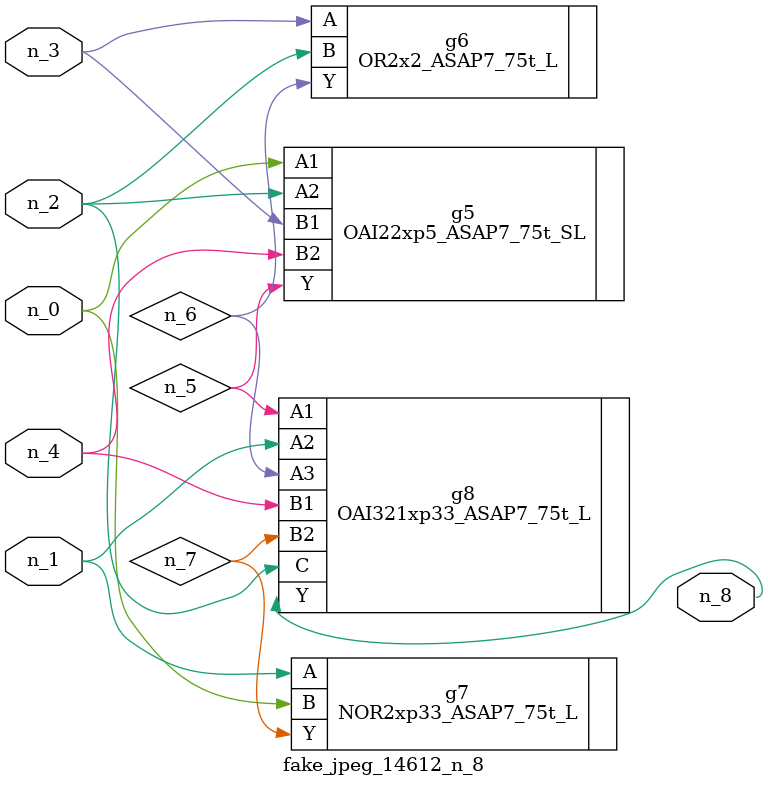
<source format=v>
module fake_jpeg_14612_n_8 (n_3, n_2, n_1, n_0, n_4, n_8);

input n_3;
input n_2;
input n_1;
input n_0;
input n_4;

output n_8;

wire n_6;
wire n_5;
wire n_7;

OAI22xp5_ASAP7_75t_SL g5 ( 
.A1(n_0),
.A2(n_2),
.B1(n_3),
.B2(n_4),
.Y(n_5)
);

OR2x2_ASAP7_75t_L g6 ( 
.A(n_3),
.B(n_2),
.Y(n_6)
);

NOR2xp33_ASAP7_75t_L g7 ( 
.A(n_1),
.B(n_0),
.Y(n_7)
);

OAI321xp33_ASAP7_75t_L g8 ( 
.A1(n_5),
.A2(n_1),
.A3(n_6),
.B1(n_4),
.B2(n_7),
.C(n_2),
.Y(n_8)
);


endmodule
</source>
